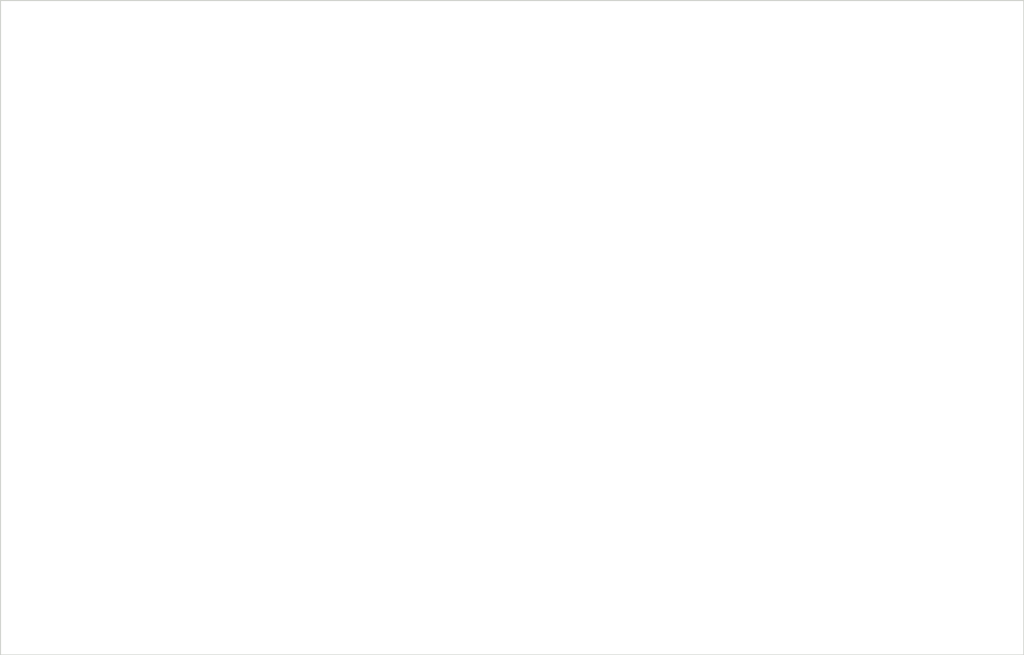
<source format=kicad_pcb>
(kicad_pcb
	(version 20240108)
	(generator "pcbnew")
	(generator_version "8.0")
	(general
		(thickness 1.6)
		(legacy_teardrops no)
	)
	(paper "A4")
	(layers
		(0 "F.Cu" signal)
		(31 "B.Cu" signal)
		(32 "B.Adhes" user "B.Adhesive")
		(33 "F.Adhes" user "F.Adhesive")
		(34 "B.Paste" user)
		(35 "F.Paste" user)
		(36 "B.SilkS" user "B.Silkscreen")
		(37 "F.SilkS" user "F.Silkscreen")
		(38 "B.Mask" user)
		(39 "F.Mask" user)
		(40 "Dwgs.User" user "User.Drawings")
		(41 "Cmts.User" user "User.Comments")
		(42 "Eco1.User" user "User.Eco1")
		(43 "Eco2.User" user "User.Eco2")
		(44 "Edge.Cuts" user)
		(45 "Margin" user)
		(46 "B.CrtYd" user "B.Courtyard")
		(47 "F.CrtYd" user "F.Courtyard")
		(48 "B.Fab" user)
		(49 "F.Fab" user)
		(50 "User.1" user)
		(51 "User.2" user)
		(52 "User.3" user)
		(53 "User.4" user)
		(54 "User.5" user)
		(55 "User.6" user)
		(56 "User.7" user)
		(57 "User.8" user)
		(58 "User.9" user)
	)
	(setup
		(pad_to_mask_clearance 0)
		(allow_soldermask_bridges_in_footprints no)
		(pcbplotparams
			(layerselection 0x00010fc_ffffffff)
			(plot_on_all_layers_selection 0x0000000_00000000)
			(disableapertmacros no)
			(usegerberextensions no)
			(usegerberattributes yes)
			(usegerberadvancedattributes yes)
			(creategerberjobfile yes)
			(dashed_line_dash_ratio 12.000000)
			(dashed_line_gap_ratio 3.000000)
			(svgprecision 4)
			(plotframeref no)
			(viasonmask no)
			(mode 1)
			(useauxorigin no)
			(hpglpennumber 1)
			(hpglpenspeed 20)
			(hpglpendiameter 15.000000)
			(pdf_front_fp_property_popups yes)
			(pdf_back_fp_property_popups yes)
			(dxfpolygonmode yes)
			(dxfimperialunits yes)
			(dxfusepcbnewfont yes)
			(psnegative no)
			(psa4output no)
			(plotreference yes)
			(plotvalue yes)
			(plotfptext yes)
			(plotinvisibletext no)
			(sketchpadsonfab no)
			(subtractmaskfromsilk no)
			(outputformat 1)
			(mirror no)
			(drillshape 1)
			(scaleselection 1)
			(outputdirectory "")
		)
	)
	(net 0 "")
	(gr_line
		(start 175 114)
		(end 175 82)
		(stroke
			(width 0.05)
			(type solid)
		)
		(layer "Edge.Cuts")
		(uuid "00d3bc73-b5af-419e-babe-2fe40da8d383")
	)
	(gr_line
		(start 175 82)
		(end 125 82)
		(stroke
			(width 0.05)
			(type solid)
		)
		(layer "Edge.Cuts")
		(uuid "1c4a7e41-56c7-4246-8ea1-a404518943c8")
	)
	(gr_line
		(start 125 114)
		(end 175 114)
		(stroke
			(width 0.05)
			(type solid)
		)
		(layer "Edge.Cuts")
		(uuid "29cb46bc-eff6-4bf4-b902-af982ffa82c0")
	)
	(gr_line
		(start 125 82)
		(end 125 114)
		(stroke
			(width 0.05)
			(type solid)
		)
		(layer "Edge.Cuts")
		(uuid "a4ef8587-97ad-4c37-8083-a336d195001e")
	)
)

</source>
